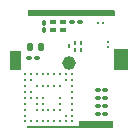
<source format=gbr>
%TF.GenerationSoftware,KiCad,Pcbnew,9.0.0*%
%TF.CreationDate,2025-05-19T12:09:42+02:00*%
%TF.ProjectId,custom_gps,63757374-6f6d-45f6-9770-732e6b696361,rev?*%
%TF.SameCoordinates,Original*%
%TF.FileFunction,Soldermask,Top*%
%TF.FilePolarity,Negative*%
%FSLAX46Y46*%
G04 Gerber Fmt 4.6, Leading zero omitted, Abs format (unit mm)*
G04 Created by KiCad (PCBNEW 9.0.0) date 2025-05-19 12:09:42*
%MOMM*%
%LPD*%
G01*
G04 APERTURE LIST*
G04 Aperture macros list*
%AMRoundRect*
0 Rectangle with rounded corners*
0 $1 Rounding radius*
0 $2 $3 $4 $5 $6 $7 $8 $9 X,Y pos of 4 corners*
0 Add a 4 corners polygon primitive as box body*
4,1,4,$2,$3,$4,$5,$6,$7,$8,$9,$2,$3,0*
0 Add four circle primitives for the rounded corners*
1,1,$1+$1,$2,$3*
1,1,$1+$1,$4,$5*
1,1,$1+$1,$6,$7*
1,1,$1+$1,$8,$9*
0 Add four rect primitives between the rounded corners*
20,1,$1+$1,$2,$3,$4,$5,0*
20,1,$1+$1,$4,$5,$6,$7,0*
20,1,$1+$1,$6,$7,$8,$9,0*
20,1,$1+$1,$8,$9,$2,$3,0*%
G04 Aperture macros list end*
%ADD10RoundRect,0.100000X-0.130000X-0.100000X0.130000X-0.100000X0.130000X0.100000X-0.130000X0.100000X0*%
%ADD11RoundRect,0.100000X0.130000X0.100000X-0.130000X0.100000X-0.130000X-0.100000X0.130000X-0.100000X0*%
%ADD12RoundRect,0.100000X0.100000X-0.130000X0.100000X0.130000X-0.100000X0.130000X-0.100000X-0.130000X0*%
%ADD13R,0.520000X0.450000*%
%ADD14RoundRect,0.140000X0.140000X0.170000X-0.140000X0.170000X-0.140000X-0.170000X0.140000X-0.170000X0*%
%ADD15C,0.270000*%
%ADD16R,0.250000X0.270000*%
%ADD17R,0.270000X0.250000*%
%ADD18R,0.250000X0.325000*%
%ADD19C,1.150000*%
G04 APERTURE END LIST*
D10*
%TO.C,R3*%
X149580000Y-92100000D03*
X150220000Y-92100000D03*
%TD*%
D11*
%TO.C,C1*%
X144420000Y-89400000D03*
X143780000Y-89400000D03*
%TD*%
D10*
%TO.C,C3*%
X149580000Y-93500000D03*
X150220000Y-93500000D03*
%TD*%
D12*
%TO.C,C5*%
X145000000Y-87070000D03*
X145000000Y-86430000D03*
%TD*%
D13*
%TO.C,J1*%
X145785000Y-87062500D03*
X146615000Y-87062500D03*
X146615000Y-86362500D03*
X145785000Y-86362500D03*
%TD*%
D14*
%TO.C,C4*%
X144780000Y-88500000D03*
X143820000Y-88500000D03*
%TD*%
D10*
%TO.C,C2*%
X149580000Y-94200000D03*
X150220000Y-94200000D03*
%TD*%
%TO.C,R2*%
X149580000Y-92800000D03*
X150220000Y-92800000D03*
%TD*%
D15*
%TO.C,IC1*%
X143400000Y-90800000D03*
X143900000Y-90800000D03*
X144400000Y-90800000D03*
X144900000Y-90800000D03*
X145400000Y-90800000D03*
X145900000Y-90800000D03*
X146400000Y-90800000D03*
X146900000Y-90800000D03*
X147400000Y-90800000D03*
X143400000Y-91300000D03*
X143900000Y-91300000D03*
X146900000Y-91300000D03*
X147400000Y-91300000D03*
X143400000Y-91800000D03*
X144400000Y-91800000D03*
X144900000Y-91800000D03*
X145400000Y-91800000D03*
X145900000Y-91800000D03*
X146400000Y-91800000D03*
X147400000Y-91800000D03*
X143400000Y-92300000D03*
X143900000Y-92300000D03*
X147400000Y-92300000D03*
X143400000Y-92800000D03*
X143900000Y-92800000D03*
X144400000Y-92800000D03*
X144900000Y-92800000D03*
X146400000Y-92800000D03*
X147400000Y-92800000D03*
X143400000Y-93300000D03*
X144400000Y-93300000D03*
X144900000Y-93300000D03*
X146400000Y-93300000D03*
X147400000Y-93300000D03*
X143400000Y-93800000D03*
X144400000Y-93800000D03*
X144900000Y-93800000D03*
X145400000Y-93800000D03*
X145900000Y-93800000D03*
X146400000Y-93800000D03*
X147400000Y-93800000D03*
X143400000Y-94300000D03*
X146900000Y-94300000D03*
X147400000Y-94300000D03*
X143400000Y-94800000D03*
X143900000Y-94800000D03*
X144400000Y-94800000D03*
X144900000Y-94800000D03*
X145400000Y-94800000D03*
X145900000Y-94800000D03*
X146400000Y-94800000D03*
X146900000Y-94800000D03*
X147400000Y-94800000D03*
%TD*%
D16*
%TO.C,D1*%
X150013000Y-86500000D03*
X149588000Y-86500000D03*
%TD*%
D17*
%TO.C,D2*%
X150400000Y-88087000D03*
X150400000Y-88512000D03*
%TD*%
D10*
%TO.C,C6*%
X147430000Y-86400000D03*
X148070000Y-86400000D03*
%TD*%
D18*
%TO.C,FL1*%
X147150000Y-88440000D03*
X147650000Y-88727000D03*
X148150000Y-88727000D03*
X148150000Y-88153000D03*
X147650000Y-88153000D03*
%TD*%
D19*
%TO.C,Connpa1010d1*%
X147150000Y-89850000D03*
%TD*%
G36*
X152093039Y-88669685D02*
G01*
X152138794Y-88722489D01*
X152150000Y-88774000D01*
X152150000Y-90326000D01*
X152130315Y-90393039D01*
X152077511Y-90438794D01*
X152026000Y-90450000D01*
X151074000Y-90450000D01*
X151006961Y-90430315D01*
X150961206Y-90377511D01*
X150950000Y-90326000D01*
X150950000Y-88774000D01*
X150969685Y-88706961D01*
X151022489Y-88661206D01*
X151074000Y-88650000D01*
X152026000Y-88650000D01*
X152093039Y-88669685D01*
G37*
G36*
X150943039Y-85369685D02*
G01*
X150988794Y-85422489D01*
X151000000Y-85474000D01*
X151000000Y-85776000D01*
X150980315Y-85843039D01*
X150927511Y-85888794D01*
X150876000Y-85900000D01*
X143774000Y-85900000D01*
X143706961Y-85880315D01*
X143661206Y-85827511D01*
X143650000Y-85776000D01*
X143650000Y-85474000D01*
X143669685Y-85406961D01*
X143722489Y-85361206D01*
X143774000Y-85350000D01*
X150876000Y-85350000D01*
X150943039Y-85369685D01*
G37*
G36*
X143043039Y-88819685D02*
G01*
X143088794Y-88872489D01*
X143100000Y-88924000D01*
X143100000Y-90246278D01*
X143080315Y-90313317D01*
X143060809Y-90336740D01*
X142975773Y-90416462D01*
X142913402Y-90447953D01*
X142890964Y-90450000D01*
X142274000Y-90450000D01*
X142206961Y-90430315D01*
X142161206Y-90377511D01*
X142150000Y-90326000D01*
X142150000Y-88924000D01*
X142169685Y-88856961D01*
X142222489Y-88811206D01*
X142274000Y-88800000D01*
X142976000Y-88800000D01*
X143043039Y-88819685D01*
G37*
G36*
X150878326Y-94821674D02*
G01*
X150900000Y-94874000D01*
X150900000Y-95276000D01*
X150878326Y-95328326D01*
X150826000Y-95350000D01*
X143624000Y-95350000D01*
X143571674Y-95328326D01*
X143550000Y-95276000D01*
X143550000Y-95224000D01*
X143571674Y-95171674D01*
X143624000Y-95150000D01*
X147950000Y-95150000D01*
X147950000Y-94874000D01*
X147971674Y-94821674D01*
X148024000Y-94800000D01*
X150826000Y-94800000D01*
X150878326Y-94821674D01*
G37*
M02*

</source>
